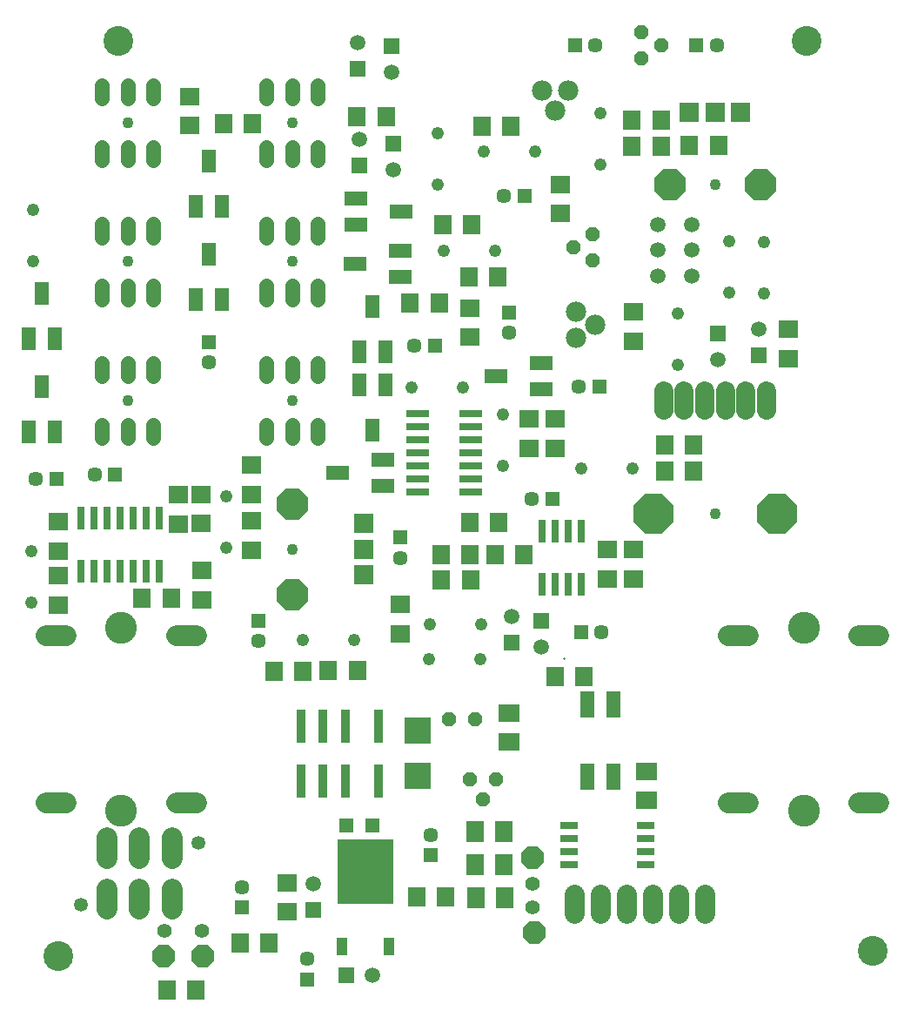
<source format=gbr>
G04 EAGLE Gerber X2 export*
%TF.Part,Single*%
%TF.FileFunction,Soldermask,Top,1*%
%TF.FilePolarity,Positive*%
%TF.GenerationSoftware,Autodesk,EAGLE,9.2.2*%
%TF.CreationDate,2019-01-08T14:26:45Z*%
G75*
%MOMM*%
%FSLAX34Y34*%
%LPD*%
%INSoldermask Top*%
%AMOC8*
5,1,8,0,0,1.08239X$1,22.5*%
G01*
%ADD10C,0.203200*%
%ADD11C,1.244600*%
%ADD12R,1.451600X1.451600*%
%ADD13C,1.451600*%
%ADD14R,1.701600X1.901600*%
%ADD15R,1.901600X1.701600*%
%ADD16C,1.509600*%
%ADD17R,1.509600X1.509600*%
%ADD18C,1.422400*%
%ADD19C,1.101600*%
%ADD20R,0.701600X2.301600*%
%ADD21R,2.301600X0.701600*%
%ADD22C,2.051600*%
%ADD23C,3.101600*%
%ADD24R,0.901600X3.201600*%
%ADD25P,1.539592X8X202.500000*%
%ADD26P,2.446851X8X112.500000*%
%ADD27R,1.371600X2.641600*%
%ADD28C,1.981200*%
%ADD29P,1.539592X8X292.500000*%
%ADD30P,1.539592X8X112.500000*%
%ADD31R,1.701600X1.904600*%
%ADD32R,1.422400X2.286000*%
%ADD33R,1.904600X1.701600*%
%ADD34R,2.286000X1.422400*%
%ADD35R,2.101600X1.701600*%
%ADD36R,1.701600X2.101600*%
%ADD37R,1.981200X1.981200*%
%ADD38P,3.357141X8X112.500000*%
%ADD39R,1.101600X1.701600*%
%ADD40R,5.501600X6.301600*%
%ADD41R,1.651000X0.635000*%
%ADD42P,3.357141X8X22.500000*%
%ADD43P,2.446851X8X22.500000*%
%ADD44P,2.446851X8X202.500000*%
%ADD45R,2.501600X2.501600*%
%ADD46R,1.371600X1.371600*%
%ADD47C,1.901600*%
%ADD48P,4.233877X8X22.500000*%
%ADD49C,1.981200*%
%ADD50C,1.351600*%
%ADD51C,2.901600*%
%ADD52C,1.401600*%


D10*
X573592Y359014D02*
X574518Y358089D01*
D11*
X369510Y377210D03*
X319510Y377210D03*
D12*
X535700Y809150D03*
D13*
X515700Y809150D03*
D12*
X520700Y695800D03*
D13*
X520700Y675800D03*
D12*
X228290Y666880D03*
D13*
X228290Y646880D03*
D12*
X608440Y623650D03*
D13*
X588440Y623650D03*
D12*
X448150Y663480D03*
D13*
X428150Y663480D03*
D14*
X534890Y460470D03*
X506890Y460470D03*
D11*
X514350Y596500D03*
X514350Y546500D03*
X244820Y466910D03*
X244820Y516910D03*
D12*
X137000Y538020D03*
D13*
X117000Y538020D03*
D12*
X562450Y514350D03*
D13*
X542450Y514350D03*
D12*
X590298Y384589D03*
D13*
X610298Y384589D03*
D11*
X55800Y413530D03*
X55800Y463530D03*
D12*
X79850Y533400D03*
D13*
X59850Y533400D03*
D11*
X590950Y543677D03*
X640950Y543677D03*
D12*
X414670Y477000D03*
D13*
X414670Y457000D03*
D12*
X276580Y395840D03*
D13*
X276580Y375840D03*
D14*
X565390Y341550D03*
X593390Y341550D03*
D11*
X684387Y644723D03*
X684387Y694723D03*
D12*
X323850Y47150D03*
D13*
X323850Y67150D03*
D14*
X287050Y82550D03*
X259050Y82550D03*
X430500Y127000D03*
X458500Y127000D03*
D12*
X444500Y167800D03*
D13*
X444500Y187800D03*
D12*
X260350Y117000D03*
D13*
X260350Y137000D03*
D15*
X304800Y113000D03*
X304800Y141000D03*
D11*
X57150Y745160D03*
X57150Y795160D03*
D12*
X702740Y955743D03*
D13*
X722740Y955743D03*
D12*
X584360Y955743D03*
D13*
X604360Y955743D03*
D11*
X609600Y839380D03*
X609600Y889380D03*
X545700Y851870D03*
X495700Y851870D03*
D16*
X387350Y50800D03*
D17*
X361950Y50800D03*
D16*
X330200Y139700D03*
D17*
X330200Y114300D03*
D18*
X334200Y708396D02*
X334200Y721604D01*
X309200Y721604D02*
X309200Y708396D01*
X284200Y708396D02*
X284200Y721604D01*
X284200Y768396D02*
X284200Y781604D01*
X309200Y781604D02*
X309200Y768396D01*
X334200Y768396D02*
X334200Y781604D01*
D19*
X309200Y745000D03*
D20*
X116220Y443900D03*
X116220Y495900D03*
X103520Y443900D03*
X128920Y443900D03*
X141620Y443900D03*
X103520Y495900D03*
X128920Y495900D03*
X141620Y495900D03*
X167020Y443900D03*
X167020Y495900D03*
X154320Y443900D03*
X179720Y443900D03*
X154320Y495900D03*
X179720Y495900D03*
D21*
X483200Y533400D03*
X431200Y533400D03*
X483200Y520700D03*
X483200Y546100D03*
X483200Y558800D03*
X431200Y520700D03*
X431200Y546100D03*
X431200Y558800D03*
X483200Y584200D03*
X431200Y584200D03*
X483200Y571500D03*
X483200Y596900D03*
X431200Y571500D03*
X431200Y596900D03*
D20*
X577850Y483200D03*
X577850Y431200D03*
X590550Y483200D03*
X565150Y483200D03*
X552450Y483200D03*
X590550Y431200D03*
X565150Y431200D03*
X552450Y431200D03*
D22*
X89050Y218850D02*
X69550Y218850D01*
X69550Y381150D02*
X89050Y381150D01*
X196550Y218850D02*
X216050Y218850D01*
X216050Y381150D02*
X196550Y381150D01*
D23*
X142800Y211100D03*
X142800Y388900D03*
D24*
X393600Y293200D03*
X361600Y293200D03*
X339600Y293200D03*
X317600Y293200D03*
X393600Y240200D03*
X361600Y240200D03*
X339600Y240200D03*
X317600Y240200D03*
D25*
X487700Y300000D03*
X462300Y300000D03*
D26*
X543560Y165100D03*
X544560Y92280D03*
D18*
X334200Y843396D02*
X334200Y856604D01*
X309200Y856604D02*
X309200Y843396D01*
X284200Y843396D02*
X284200Y856604D01*
X284200Y903396D02*
X284200Y916604D01*
X309200Y916604D02*
X309200Y903396D01*
X334200Y903396D02*
X334200Y916604D01*
D19*
X309200Y880000D03*
D18*
X124200Y903396D02*
X124200Y916604D01*
X149200Y916604D02*
X149200Y903396D01*
X174200Y903396D02*
X174200Y916604D01*
X174200Y856604D02*
X174200Y843396D01*
X149200Y843396D02*
X149200Y856604D01*
X124200Y856604D02*
X124200Y843396D01*
D19*
X149200Y880000D03*
D27*
X596900Y244400D03*
X622300Y244400D03*
X622300Y314400D03*
X596900Y314400D03*
D22*
X861050Y381150D02*
X880550Y381150D01*
X880550Y218850D02*
X861050Y218850D01*
X753550Y381150D02*
X734050Y381150D01*
X734050Y218850D02*
X753550Y218850D01*
D23*
X807300Y388900D03*
X807300Y211100D03*
D28*
X577850Y911320D03*
X565150Y892270D03*
X552450Y911320D03*
D29*
X649240Y943045D03*
X668290Y955745D03*
X649240Y968445D03*
D30*
X601988Y771880D03*
X582938Y759180D03*
X601988Y746480D03*
D28*
X585360Y696580D03*
X604410Y683880D03*
X585360Y671180D03*
D31*
X454140Y460470D03*
X482580Y460470D03*
X522220Y876490D03*
X493780Y876490D03*
X639830Y882650D03*
X668270Y882650D03*
X401030Y886260D03*
X372590Y886260D03*
X484120Y781050D03*
X455680Y781050D03*
D32*
X374620Y657450D03*
X387350Y701450D03*
X400080Y657450D03*
D31*
X668270Y857250D03*
X639830Y857250D03*
D33*
X570150Y820290D03*
X570150Y791850D03*
X482600Y671580D03*
X482600Y700020D03*
D31*
X509520Y730250D03*
X481080Y730250D03*
D33*
X641350Y696370D03*
X641350Y667930D03*
X792270Y679260D03*
X792270Y650820D03*
D34*
X551940Y620540D03*
X507940Y633270D03*
X551940Y646000D03*
X414430Y730220D03*
X370430Y742950D03*
X414430Y755680D03*
D32*
X400080Y625250D03*
X387350Y581250D03*
X374620Y625250D03*
D33*
X221710Y444770D03*
X221710Y416330D03*
D31*
X163390Y417370D03*
X191830Y417370D03*
D32*
X53310Y579440D03*
X66040Y623440D03*
X78770Y579440D03*
X53310Y669819D03*
X66040Y713819D03*
X78770Y669819D03*
D33*
X81390Y411230D03*
X81390Y439670D03*
X641350Y436630D03*
X641350Y465070D03*
D31*
X423930Y704850D03*
X452370Y704850D03*
D32*
X215870Y707900D03*
X228600Y751900D03*
X241330Y707900D03*
X215870Y798420D03*
X228600Y842420D03*
X241330Y798420D03*
D33*
X269930Y518640D03*
X269930Y547080D03*
D31*
X291360Y346930D03*
X319800Y346930D03*
D34*
X397920Y527020D03*
X353920Y539750D03*
X397920Y552480D03*
D35*
X520700Y278100D03*
X520700Y306100D03*
D31*
X454310Y435390D03*
X482750Y435390D03*
D33*
X615950Y436630D03*
X615950Y465070D03*
D31*
X481860Y491410D03*
X510300Y491410D03*
D36*
X515650Y190500D03*
X487650Y190500D03*
D33*
X565150Y592070D03*
X565150Y563630D03*
D31*
X700020Y541290D03*
X671580Y541290D03*
X700020Y566880D03*
X671580Y566880D03*
D36*
X487650Y158750D03*
X515650Y158750D03*
D35*
X654050Y248950D03*
X654050Y220950D03*
D31*
X372970Y347730D03*
X344530Y347730D03*
D33*
X539750Y563630D03*
X539750Y592070D03*
X81390Y492010D03*
X81390Y463570D03*
X269620Y464670D03*
X269620Y493110D03*
X220590Y490250D03*
X220590Y518690D03*
X198840Y490010D03*
X198840Y518450D03*
X209550Y877320D03*
X209550Y905760D03*
D37*
X695800Y890000D03*
X720800Y890000D03*
X745800Y890000D03*
D38*
X676800Y820000D03*
X764800Y820000D03*
D19*
X720800Y820000D03*
D16*
X374650Y863600D03*
D17*
X374650Y838200D03*
D16*
X407670Y834390D03*
D17*
X407670Y859790D03*
D16*
X723362Y650113D03*
D17*
X723362Y675513D03*
D16*
X763270Y679450D03*
D17*
X763270Y654050D03*
D39*
X358200Y79000D03*
X403800Y79000D03*
D40*
X381000Y152000D03*
D41*
X578866Y196850D03*
X578866Y184150D03*
X578866Y171450D03*
X578866Y158750D03*
X653034Y158750D03*
X653034Y171450D03*
X653034Y184150D03*
X653034Y196850D03*
D37*
X379200Y490400D03*
X379200Y465400D03*
X379200Y440400D03*
D42*
X309200Y509400D03*
X309200Y421400D03*
D19*
X309200Y465400D03*
D34*
X371700Y806480D03*
X415700Y793750D03*
X371700Y781020D03*
D18*
X124200Y781604D02*
X124200Y768396D01*
X149200Y768396D02*
X149200Y781604D01*
X174200Y781604D02*
X174200Y768396D01*
X174200Y721604D02*
X174200Y708396D01*
X149200Y708396D02*
X149200Y721604D01*
X124200Y721604D02*
X124200Y708396D01*
D19*
X149200Y745000D03*
D43*
X184150Y69850D03*
D44*
X222250Y69850D03*
D45*
X431800Y288700D03*
X431800Y244700D03*
D46*
X361950Y196850D03*
X387350Y196850D03*
D47*
X690800Y601000D02*
X690800Y619000D01*
X670800Y619000D02*
X670800Y601000D01*
X770800Y601000D02*
X770800Y619000D01*
X710800Y619000D02*
X710800Y601000D01*
X730800Y601000D02*
X730800Y619000D01*
X750800Y619000D02*
X750800Y601000D01*
D48*
X660800Y500000D03*
X780800Y500000D03*
D19*
X720800Y500000D03*
D49*
X711200Y130048D02*
X711200Y111252D01*
X685800Y111252D02*
X685800Y130048D01*
X660400Y130048D02*
X660400Y111252D01*
X635000Y111252D02*
X635000Y130048D01*
X609600Y130048D02*
X609600Y111252D01*
X584200Y111252D02*
X584200Y130048D01*
D22*
X128800Y135000D02*
X128800Y115500D01*
X160800Y115500D02*
X160800Y135000D01*
X192800Y135000D02*
X192800Y115500D01*
X192800Y165000D02*
X192800Y184500D01*
X160800Y184500D02*
X160800Y165000D01*
X128800Y165000D02*
X128800Y184500D01*
D50*
X103800Y120000D03*
X217800Y180000D03*
D51*
X140000Y960000D03*
X810000Y960000D03*
D11*
X507200Y755650D03*
X457200Y755650D03*
X475450Y622300D03*
X425450Y622300D03*
X734561Y764996D03*
X734561Y714996D03*
X450850Y869550D03*
X450850Y819550D03*
D16*
X406080Y929020D03*
D17*
X406080Y954420D03*
D16*
X372790Y957500D03*
D17*
X372790Y932100D03*
D25*
X482600Y241300D03*
X495300Y222250D03*
X508000Y241300D03*
D31*
X242320Y878840D03*
X270760Y878840D03*
X724140Y857780D03*
X695700Y857780D03*
D18*
X124200Y646604D02*
X124200Y633396D01*
X149200Y633396D02*
X149200Y646604D01*
X174200Y646604D02*
X174200Y633396D01*
X174200Y586604D02*
X174200Y573396D01*
X149200Y573396D02*
X149200Y586604D01*
X124200Y586604D02*
X124200Y573396D01*
D19*
X149200Y610000D03*
D18*
X334200Y586604D02*
X334200Y573396D01*
X309200Y573396D02*
X309200Y586604D01*
X284200Y586604D02*
X284200Y573396D01*
X284200Y633396D02*
X284200Y646604D01*
X309200Y646604D02*
X309200Y633396D01*
X334200Y633396D02*
X334200Y646604D01*
D19*
X309200Y610000D03*
D11*
X768815Y714359D03*
X768815Y764359D03*
D51*
X81480Y69880D03*
X874680Y74500D03*
D52*
X184780Y93940D03*
X221740Y93940D03*
X543600Y117040D03*
X543600Y140140D03*
D14*
X187720Y36960D03*
X215720Y36960D03*
D16*
X551641Y370377D03*
D17*
X551641Y395777D03*
D16*
X523154Y399745D03*
D17*
X523154Y374345D03*
D11*
X492745Y358107D03*
X442745Y358107D03*
D36*
X515904Y126365D03*
X487904Y126365D03*
D11*
X493000Y392104D03*
X443000Y392104D03*
D33*
X414665Y383165D03*
X414665Y411605D03*
D16*
X697941Y781299D03*
X697941Y756299D03*
X697941Y731299D03*
X664941Y781299D03*
X664941Y756299D03*
X664941Y731299D03*
M02*

</source>
